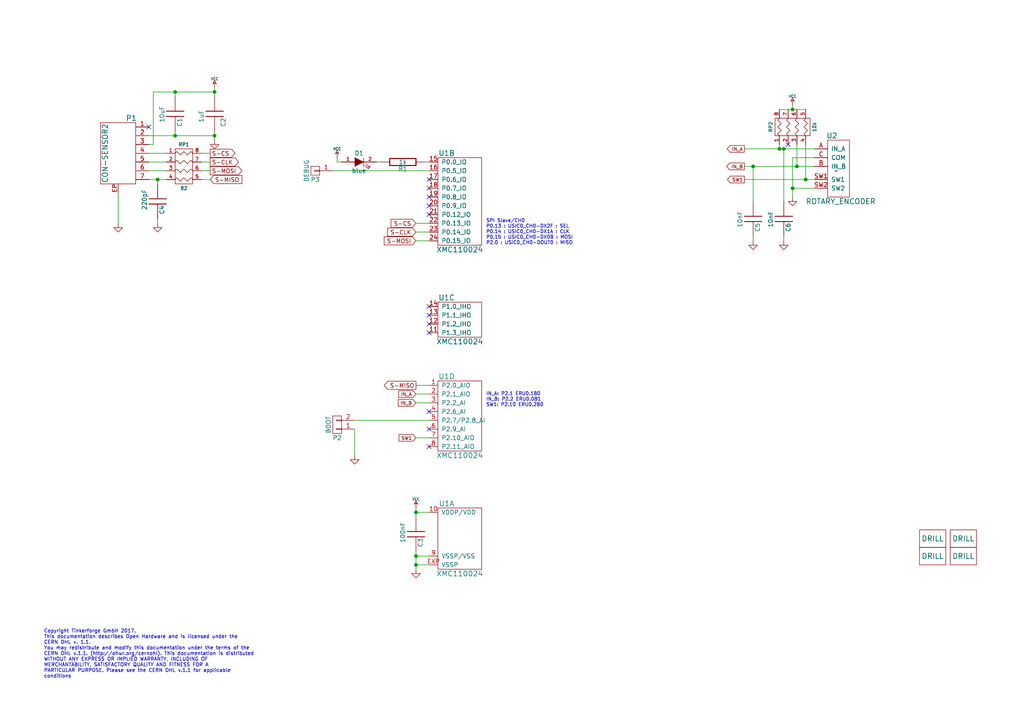
<source format=kicad_sch>
(kicad_sch (version 20211123) (generator eeschema)
  (paper "A4")
  (title_block (title "Rotary Encoder Bricklet") (date "2017-09-18") (rev "2.0") (company "Tinkerforge GmbH") (comment 1 "Licensed under CERN OHL v.1.1") (comment 2 "Copyright (©) 2017, L.Lauer <lukas@tinkerforge.com>"))
  (lib_symbols
    (symbol "tinkerforge:C" (pin_numbers hide) (pin_names (offset 0.254))
      (property "Reference" "C" (at 1.27 2.54 0))
      (property "Value" "C" (at 1.27 -2.54 0))
      (symbol "C_0_1"
        (polyline (pts (xy -2.54 -0.762) (xy 2.54 -0.762)) (stroke (width 0.254)))
        (polyline (pts (xy -2.54 0.762) (xy 2.54 0.762)) (stroke (width 0.254)))
      )
      (symbol "C_1_1"
        (pin passive line (at 0 5.08 270) (length 4.318) (name "~") (number "1"))
        (pin passive line (at 0 -5.08 90) (length 4.318) (name "~") (number "2"))
      )
    )
    (symbol "tinkerforge:CON-SENSOR2" (pin_names (offset 1.016))
      (property "Reference" "P" (at -3.81 10.16 0))
      (property "Value" "CON-SENSOR2" (at 3.81 0 90))
      (symbol "CON-SENSOR2_0_1"
        (rectangle (start -5.08 8.89) (end 5.08 -8.89))
      )
      (symbol "CON-SENSOR2_1_1"
        (pin passive line (at -8.89 7.62 0) (length 3.81) (name "~") (number "1"))
        (pin passive line (at -8.89 5.08 0) (length 3.81) (name "~") (number "2"))
        (pin passive line (at -8.89 2.54 0) (length 3.81) (name "~") (number "3"))
        (pin passive line (at -8.89 0 0) (length 3.81) (name "~") (number "4"))
        (pin passive line (at -8.89 -2.54 0) (length 3.81) (name "~") (number "5"))
        (pin passive line (at -8.89 -5.08 0) (length 3.81) (name "~") (number "6"))
        (pin passive line (at -8.89 -7.62 0) (length 3.81) (name "~") (number "7"))
        (pin passive line (at 0 -11.43 90) (length 2.54) (name "~") (number "EP"))
      )
    )
    (symbol "tinkerforge:CONN_01X01" (pin_names (offset 1.016) hide)
      (property "Reference" "P" (at 0 2.54 0))
      (property "Value" "CONN_01X01" (at 2.54 0 90))
      (symbol "CONN_01X01_0_1"
        (rectangle (start -1.27 0.127) (end 0.254 -0.127))
        (rectangle (start -1.27 1.27) (end 1.27 -1.27))
      )
      (symbol "CONN_01X01_1_1"
        (pin passive line (at -5.08 0 0) (length 3.81) (name "P1") (number "1"))
      )
    )
    (symbol "tinkerforge:CONN_01X02" (pin_names (offset 1.016) hide)
      (property "Reference" "P" (at 0 3.81 0))
      (property "Value" "CONN_01X02" (at 2.54 0 90))
      (symbol "CONN_01X02_0_1"
        (rectangle (start -1.27 -1.143) (end 0.254 -1.397))
        (rectangle (start -1.27 1.397) (end 0.254 1.143))
        (rectangle (start -1.27 2.54) (end 1.27 -2.54))
      )
      (symbol "CONN_01X02_1_1"
        (pin passive line (at -5.08 1.27 0) (length 3.81) (name "P1") (number "1"))
        (pin passive line (at -5.08 -1.27 0) (length 3.81) (name "P2") (number "2"))
      )
    )
    (symbol "tinkerforge:DRILL" (pin_numbers hide) (pin_names (offset 0) hide)
      (property "Value" "DRILL" (at 0 0 0))
      (symbol "DRILL_0_1"
        (rectangle (start -3.81 2.54) (end 3.81 -2.54))
      )
    )
    (symbol "tinkerforge:GND" (power) (pin_names (offset 0))
      (property "Value" "GND" (at 0 -5.08 0))
      (symbol "GND_0_1"
        (polyline (pts (xy 0 0) (xy 0 -1.27) (xy 1.27 -1.27) (xy 0 -2.54) (xy -1.27 -1.27) (xy 0 -1.27)))
      )
      (symbol "GND_1_1"
        (pin power_in line (at 0 0 270) (length 0) hide (name "GND") (number "1"))
      )
    )
    (symbol "tinkerforge:LED" (pin_names (offset 1.016) hide)
      (property "Reference" "D" (at 0 2.54 0))
      (property "Value" "LED" (at 0 -2.54 0))
      (symbol "LED_0_1"
        (polyline (pts (xy 1.27 1.27) (xy 1.27 -1.27)))
        (polyline (pts (xy -1.27 1.27) (xy 1.27 0) (xy -1.27 -1.27)) (fill (type outline)))
        (polyline (pts (xy 1.651 -1.016) (xy 2.794 -2.032) (xy 2.667 -1.397)))
        (polyline (pts (xy 2.032 -0.635) (xy 3.175 -1.651) (xy 3.048 -1.016)))
      )
      (symbol "LED_1_1"
        (pin passive line (at -5.08 0 0) (length 3.81) (name "A") (number "1"))
        (pin passive line (at 5.08 0 180) (length 3.81) (name "K") (number "2"))
      )
    )
    (symbol "tinkerforge:R" (pin_numbers hide) (pin_names (offset 0))
      (property "Reference" "R" (at 2.032 0 90))
      (property "Value" "R" (at 0 0 90))
      (symbol "R_0_1"
        (rectangle (start -1.016 3.81) (end 1.016 -3.81) (stroke (width 0.3048)))
      )
      (symbol "R_1_1"
        (pin passive line (at 0 6.35 270) (length 2.54) (name "~") (number "1"))
        (pin passive line (at 0 -6.35 90) (length 2.54) (name "~") (number "2"))
      )
    )
    (symbol "tinkerforge:ROTARY_ENCODER" (pin_names (offset 1.016))
      (property "Reference" "U" (at -1.27 10.16 0))
      (property "Value" "ROTARY_ENCODER" (at 1.27 -8.89 0))
      (symbol "ROTARY_ENCODER_0_1"
        (rectangle (start -2.54 8.89) (end 3.81 -7.62))
      )
      (symbol "ROTARY_ENCODER_1_1"
        (pin input line (at -6.35 6.35 0) (length 3.81) (name "IN_A") (number "A"))
        (pin input line (at -6.35 1.27 0) (length 3.81) (name "IN_B") (number "B"))
        (pin input line (at -6.35 3.81 0) (length 3.81) (name "COM") (number "C"))
        (pin input line (at -6.35 -2.54 0) (length 3.81) (name "SW1") (number "SW1"))
        (pin input line (at -6.35 -5.08 0) (length 3.81) (name "SW2") (number "SW2"))
      )
    )
    (symbol "tinkerforge:R_PACK4" (pin_names hide)
      (property "Reference" "RP" (at 0 11.43 0))
      (property "Value" "R_PACK4" (at 0 -1.27 0))
      (symbol "R_PACK4_0_1"
        (polyline (pts (xy -2.54 10.16) (xy -2.54 0) (xy 2.54 0) (xy 2.54 10.16) (xy -2.54 10.16)))
        (polyline (pts (xy -2.54 1.27) (xy -2.032 1.778) (xy -1.016 0.762) (xy 0 1.778) (xy 1.016 0.762) (xy 2.032 1.778) (xy 2.54 1.27)))
        (polyline (pts (xy -2.54 3.81) (xy -2.032 4.318) (xy -1.016 3.302) (xy 0 4.318) (xy 1.016 3.302) (xy 2.032 4.318) (xy 2.54 3.81)))
        (polyline (pts (xy -2.54 6.35) (xy -2.032 6.858) (xy -1.016 5.842) (xy 0 6.858) (xy 1.016 5.842) (xy 2.032 6.858) (xy 2.54 6.35)))
        (polyline (pts (xy -2.54 8.89) (xy -2.032 9.398) (xy -1.016 8.382) (xy 0 9.398) (xy 1.016 8.382) (xy 2.032 9.398) (xy 2.54 8.89)))
      )
      (symbol "R_PACK4_1_1"
        (pin passive line (at -5.08 8.89 0) (length 2.54) (name "P1") (number "1"))
        (pin passive line (at -5.08 6.35 0) (length 2.54) (name "P2") (number "2"))
        (pin passive line (at -5.08 3.81 0) (length 2.54) (name "P3") (number "3"))
        (pin passive line (at -5.08 1.27 0) (length 2.54) (name "P4") (number "4"))
        (pin passive line (at 5.08 1.27 180) (length 2.54) (name "R4") (number "5"))
        (pin passive line (at 5.08 3.81 180) (length 2.54) (name "R3") (number "6"))
        (pin passive line (at 5.08 6.35 180) (length 2.54) (name "R2") (number "7"))
        (pin passive line (at 5.08 8.89 180) (length 2.54) (name "R1") (number "8"))
      )
    )
    (symbol "tinkerforge:VCC" (power) (pin_names (offset 0))
      (property "Value" "VCC" (at 0 3.175 0))
      (symbol "VCC_0_0"
        (pin power_in line (at 0 0 90) (length 0) hide (name "VCC") (number "1"))
      )
      (symbol "VCC_0_1"
        (polyline (pts (xy 0 1.524) (xy 0 0)))
        (polyline (pts (xy 0 1.524) (xy 0.508 1.016) (xy 0 2.286) (xy -0.508 1.016) (xy 0 1.524) (xy 0 1.524)))
      )
    )
    (symbol "tinkerforge:XMC1XXX24" (pin_names (offset 1.016))
      (property "Reference" "U" (at -3.81 15.24 0))
      (property "Value" "XMC1XXX24" (at 0 -16.51 0))
      (symbol "XMC1XXX24_1_1"
        (rectangle (start -6.35 8.89) (end 6.35 -8.89))
        (pin passive line (at -8.89 7.62 0) (length 2.54) (name "VDDP/VDD") (number "10"))
        (pin passive line (at -8.89 -5.08 0) (length 2.54) (name "VSSP/VSS") (number "9"))
        (pin passive line (at -8.89 -7.62 0) (length 2.54) (name "VSSP") (number "EXP"))
      )
      (symbol "XMC1XXX24_2_1"
        (rectangle (start -6.35 12.7) (end 6.35 -12.7))
        (pin passive line (at -8.89 11.43 0) (length 2.54) (name "P0.0_IO") (number "15"))
        (pin passive line (at -8.89 8.89 0) (length 2.54) (name "P0.5_IO") (number "16"))
        (pin passive line (at -8.89 6.35 0) (length 2.54) (name "P0.6_IO") (number "17"))
        (pin passive line (at -8.89 3.81 0) (length 2.54) (name "P0.7_IO") (number "18"))
        (pin passive line (at -8.89 1.27 0) (length 2.54) (name "P0.8_IO") (number "19"))
        (pin passive line (at -8.89 -1.27 0) (length 2.54) (name "P0.9_IO") (number "20"))
        (pin passive line (at -8.89 -3.81 0) (length 2.54) (name "P0.12_IO") (number "21"))
        (pin passive line (at -8.89 -6.35 0) (length 2.54) (name "P0.13_IO") (number "22"))
        (pin passive line (at -8.89 -8.89 0) (length 2.54) (name "P0.14_IO") (number "23"))
        (pin passive line (at -8.89 -11.43 0) (length 2.54) (name "P0.15_IO") (number "24"))
      )
      (symbol "XMC1XXX24_3_1"
        (rectangle (start -6.35 5.08) (end 6.35 -5.08))
        (pin passive line (at -8.89 -3.81 0) (length 2.54) (name "P1.3_IHO") (number "11"))
        (pin passive line (at -8.89 -1.27 0) (length 2.54) (name "P1.2_IHO") (number "12"))
        (pin passive line (at -8.89 1.27 0) (length 2.54) (name "P1.1_IHO") (number "13"))
        (pin passive line (at -8.89 3.81 0) (length 2.54) (name "P1.0_IHO") (number "14"))
      )
      (symbol "XMC1XXX24_4_1"
        (rectangle (start -6.35 10.16) (end 6.35 -10.16))
        (pin passive line (at -8.89 8.89 0) (length 2.54) (name "P2.0_AIO") (number "1"))
        (pin passive line (at -8.89 6.35 0) (length 2.54) (name "P2.1_AIO") (number "2"))
        (pin passive line (at -8.89 3.81 0) (length 2.54) (name "P2.2_AI") (number "3"))
        (pin passive line (at -8.89 1.27 0) (length 2.54) (name "P2.6_AI") (number "4"))
        (pin passive line (at -8.89 -1.27 0) (length 2.54) (name "P2.7/P2.8_AI") (number "5"))
        (pin passive line (at -8.89 -3.81 0) (length 2.54) (name "P2.9_AI") (number "6"))
        (pin passive line (at -8.89 -6.35 0) (length 2.54) (name "P2.10_AIO") (number "7"))
        (pin passive line (at -8.89 -8.89 0) (length 2.54) (name "P2.11_AIO") (number "8"))
      )
    )
  )
  (junction (at 62.23 26.67))
  (junction (at 231.14 48.26))
  (junction (at 50.8 26.67))
  (junction (at 120.65 148.59))
  (junction (at 226.06 43.18))
  (junction (at 62.23 39.37))
  (junction (at 120.65 163.83))
  (junction (at 45.72 52.07))
  (junction (at 50.8 39.37))
  (junction (at 218.44 48.26))
  (junction (at 229.87 54.61))
  (junction (at 229.87 31.75))
  (junction (at 233.68 52.07))
  (junction (at 227.33 43.18))
  (junction (at 120.65 161.29))
  (no_connect (at 124.46 91.44))
  (no_connect (at 124.46 57.15))
  (no_connect (at 124.46 119.38))
  (no_connect (at 124.46 54.61))
  (no_connect (at 124.46 96.52))
  (no_connect (at 43.18 36.83))
  (no_connect (at 124.46 52.07))
  (no_connect (at 124.46 88.9))
  (no_connect (at 124.46 59.69))
  (no_connect (at 124.46 93.98))
  (no_connect (at 124.46 62.23))
  (no_connect (at 228.6 41.91))
  (no_connect (at 124.46 129.54))
  (no_connect (at 124.46 124.46))
  (wire (pts (xy 45.72 53.34) (xy 45.72 52.07)))
  (wire (pts (xy 124.46 163.83) (xy 120.65 163.83)))
  (wire (pts (xy 96.52 49.53) (xy 124.46 49.53)))
  (wire (pts (xy 45.72 63.5) (xy 45.72 64.77)))
  (wire (pts (xy 124.46 64.77) (xy 120.65 64.77)))
  (wire (pts (xy 120.65 147.32) (xy 120.65 148.59)))
  (wire (pts (xy 229.87 54.61) (xy 229.87 57.15)))
  (wire (pts (xy 43.18 52.07) (xy 45.72 52.07)))
  (wire (pts (xy 110.49 46.99) (xy 109.22 46.99)))
  (wire (pts (xy 120.65 161.29) (xy 120.65 163.83)))
  (wire (pts (xy 50.8 39.37) (xy 62.23 39.37)))
  (wire (pts (xy 227.33 69.85) (xy 227.33 68.58)))
  (wire (pts (xy 226.06 31.75) (xy 229.87 31.75)))
  (wire (pts (xy 229.87 31.75) (xy 229.87 30.48)))
  (wire (pts (xy 124.46 114.3) (xy 120.65 114.3)))
  (wire (pts (xy 62.23 25.4) (xy 62.23 26.67)))
  (wire (pts (xy 120.65 148.59) (xy 120.65 149.86)))
  (wire (pts (xy 48.26 49.53) (xy 43.18 49.53)))
  (wire (pts (xy 99.06 46.99) (xy 97.79 46.99)))
  (wire (pts (xy 123.19 46.99) (xy 124.46 46.99)))
  (wire (pts (xy 34.29 55.88) (xy 34.29 64.77)))
  (wire (pts (xy 97.79 46.99) (xy 97.79 45.72)))
  (wire (pts (xy 215.9 48.26) (xy 218.44 48.26)))
  (wire (pts (xy 60.96 44.45) (xy 58.42 44.45)))
  (wire (pts (xy 62.23 39.37) (xy 62.23 40.64)))
  (wire (pts (xy 44.45 41.91) (xy 44.45 26.67)))
  (wire (pts (xy 120.65 160.02) (xy 120.65 161.29)))
  (wire (pts (xy 124.46 111.76) (xy 120.65 111.76)))
  (wire (pts (xy 218.44 69.85) (xy 218.44 68.58)))
  (wire (pts (xy 43.18 41.91) (xy 44.45 41.91)))
  (wire (pts (xy 226.06 43.18) (xy 227.33 43.18)))
  (wire (pts (xy 236.22 45.72) (xy 229.87 45.72)))
  (wire (pts (xy 62.23 26.67) (xy 62.23 27.94)))
  (wire (pts (xy 215.9 43.18) (xy 226.06 43.18)))
  (wire (pts (xy 45.72 52.07) (xy 48.26 52.07)))
  (wire (pts (xy 226.06 41.91) (xy 226.06 43.18)))
  (wire (pts (xy 43.18 46.99) (xy 48.26 46.99)))
  (wire (pts (xy 50.8 26.67) (xy 62.23 26.67)))
  (wire (pts (xy 50.8 39.37) (xy 50.8 38.1)))
  (wire (pts (xy 60.96 49.53) (xy 58.42 49.53)))
  (wire (pts (xy 231.14 48.26) (xy 236.22 48.26)))
  (wire (pts (xy 120.65 163.83) (xy 120.65 165.1)))
  (wire (pts (xy 231.14 41.91) (xy 231.14 48.26)))
  (wire (pts (xy 58.42 46.99) (xy 60.96 46.99)))
  (wire (pts (xy 43.18 39.37) (xy 50.8 39.37)))
  (wire (pts (xy 233.68 41.91) (xy 233.68 52.07)))
  (wire (pts (xy 236.22 54.61) (xy 229.87 54.61)))
  (wire (pts (xy 227.33 58.42) (xy 227.33 43.18)))
  (wire (pts (xy 124.46 69.85) (xy 120.65 69.85)))
  (wire (pts (xy 124.46 161.29) (xy 120.65 161.29)))
  (wire (pts (xy 218.44 58.42) (xy 218.44 48.26)))
  (wire (pts (xy 233.68 52.07) (xy 236.22 52.07)))
  (wire (pts (xy 62.23 38.1) (xy 62.23 39.37)))
  (wire (pts (xy 124.46 148.59) (xy 120.65 148.59)))
  (wire (pts (xy 215.9 52.07) (xy 233.68 52.07)))
  (wire (pts (xy 44.45 26.67) (xy 50.8 26.67)))
  (wire (pts (xy 48.26 44.45) (xy 43.18 44.45)))
  (wire (pts (xy 124.46 127) (xy 120.65 127)))
  (wire (pts (xy 120.65 116.84) (xy 124.46 116.84)))
  (wire (pts (xy 124.46 121.92) (xy 102.87 121.92)))
  (wire (pts (xy 229.87 45.72) (xy 229.87 54.61)))
  (wire (pts (xy 50.8 27.94) (xy 50.8 26.67)))
  (wire (pts (xy 229.87 31.75) (xy 233.68 31.75)))
  (wire (pts (xy 102.87 124.46) (xy 102.87 132.08)))
  (wire (pts (xy 58.42 52.07) (xy 60.96 52.07)))
  (wire (pts (xy 218.44 48.26) (xy 231.14 48.26)))
  (wire (pts (xy 120.65 67.31) (xy 124.46 67.31)))
  (wire (pts (xy 227.33 43.18) (xy 236.22 43.18)))
  (text "IN_A: P2.1 ERU0.1B0\nIN_B: P2.2 ERU0.0B1\nSW1: P2.10 ERU0.2B0" (at 140.97 118.11 0) (effects (font (size 0.9906 0.9906)) (justify left bottom)))
  (text "Copyright Tinkerforge GmbH 2017.\nThis documentation describes Open Hardware and is licensed under the\nCERN OHL v. 1.1.\nYou may redistribute and modify this documentation under the terms of the\nCERN OHL v.1.1. (http://ohwr.org/cernohl). This documentation is distributed\nWITHOUT ANY EXPRESS OR IMPLIED WARRANTY, INCLUDING OF\nMERCHANTABILITY, SATISFACTORY QUALITY AND FITNESS FOR A\nPARTICULAR PURPOSE. Please see the CERN OHL v.1.1 for applicable\nconditions\n" (at 12.7 196.85 0) (effects (font (size 1.016 1.016)) (justify left bottom)))
  (text "SPI Slave/CH0\nP0.13 : USIC0_CH0-DX2F : SEL\nP0.14 : USIC0_CH0-DX1A : CLK\nP0.15 : USIC0_CH0-DX0B : MOSI\nP2.0 : USIC0_CH0-DOUT0 : MISO" (at 140.97 71.12 0) (effects (font (size 0.9906 0.9906)) (justify left bottom)))
  (global_label "S-CLK" (shape output) (at 60.96 46.99 0) (effects (font (size 1.1938 1.1938))) (property "Intersheet References" "${INTERSHEET_REFS}" (effects hide)))
  (global_label "IN_A" (shape input) (at 120.65 114.3 180) (effects (font (size 0.9906 0.9906))) (property "Intersheet References" "${INTERSHEET_REFS}" (effects hide)))
  (global_label "SW1" (shape output) (at 215.9 52.07 180) (effects (font (size 0.9906 0.9906))) (property "Intersheet References" "${INTERSHEET_REFS}" (effects hide)))
  (global_label "S-MISO" (shape output) (at 120.65 111.76 180) (effects (font (size 1.1938 1.1938))) (property "Intersheet References" "${INTERSHEET_REFS}" (effects hide)))
  (global_label "S-MISO" (shape input) (at 60.96 52.07 0) (effects (font (size 1.1938 1.1938))) (property "Intersheet References" "${INTERSHEET_REFS}" (effects hide)))
  (global_label "S-MOSI" (shape input) (at 120.65 69.85 180) (effects (font (size 1.1938 1.1938))) (property "Intersheet References" "${INTERSHEET_REFS}" (effects hide)))
  (global_label "IN_A" (shape output) (at 215.9 43.18 180) (effects (font (size 0.9906 0.9906))) (property "Intersheet References" "${INTERSHEET_REFS}" (effects hide)))
  (global_label "SW1" (shape input) (at 120.65 127 180) (effects (font (size 0.9906 0.9906))) (property "Intersheet References" "${INTERSHEET_REFS}" (effects hide)))
  (global_label "S-CS" (shape output) (at 60.96 44.45 0) (effects (font (size 1.1938 1.1938))) (property "Intersheet References" "${INTERSHEET_REFS}" (effects hide)))
  (global_label "IN_B" (shape output) (at 215.9 48.26 180) (effects (font (size 0.9906 0.9906))) (property "Intersheet References" "${INTERSHEET_REFS}" (effects hide)))
  (global_label "S-CLK" (shape input) (at 120.65 67.31 180) (effects (font (size 1.1938 1.1938))) (property "Intersheet References" "${INTERSHEET_REFS}" (effects hide)))
  (global_label "IN_B" (shape input) (at 120.65 116.84 180) (effects (font (size 0.9906 0.9906))) (property "Intersheet References" "${INTERSHEET_REFS}" (effects hide)))
  (global_label "S-MOSI" (shape output) (at 60.96 49.53 0) (effects (font (size 1.1938 1.1938))) (property "Intersheet References" "${INTERSHEET_REFS}" (effects hide)))
  (global_label "S-CS" (shape input) (at 120.65 64.77 180) (effects (font (size 1.1938 1.1938))) (property "Intersheet References" "${INTERSHEET_REFS}" (effects hide)))
  (symbol (lib_id "tinkerforge:GND") (at 45.72 64.77 0) (unit 1)
    (property "Reference" "#PWR03" (effects hide))
    (property "Value" "GND" (effects hide))
  )
  (symbol (lib_id "tinkerforge:C") (at 50.8 33.02 0) (unit 1)
    (property "Reference" "C1" (at 52.07 36.83 90) (effects (justify left)))
    (property "Value" "10uF" (at 46.99 35.56 90) (effects (justify left)))
    (property "Footprint" "kicad-libraries:C0805E" (effects hide))
  )
  (symbol (lib_id "tinkerforge:DRILL") (at 279.4 156.21 0) (unit 1)
    (property "Reference" "U5" (effects hide))
    (property "Value" "DRILL" (at 279.4 156.21 0) (effects (font (size 1.524 1.524))))
    (property "Footprint" "kicad-libraries:DRILL_NP" (effects hide))
  )
  (symbol (lib_id "tinkerforge:DRILL") (at 279.4 161.29 0) (unit 1)
    (property "Reference" "U6" (effects hide))
    (property "Value" "DRILL" (at 279.4 161.29 0) (effects (font (size 1.524 1.524))))
    (property "Footprint" "kicad-libraries:DRILL_NP" (effects hide))
  )
  (symbol (lib_id "tinkerforge:DRILL") (at 270.51 161.29 0) (unit 1)
    (property "Reference" "U4" (effects hide))
    (property "Value" "DRILL" (at 270.51 161.29 0) (effects (font (size 1.524 1.524))))
    (property "Footprint" "kicad-libraries:DRILL_NP" (effects hide))
  )
  (symbol (lib_id "tinkerforge:DRILL") (at 270.51 156.21 0) (unit 1)
    (property "Reference" "U3" (effects hide))
    (property "Value" "DRILL" (at 270.51 156.21 0) (effects (font (size 1.524 1.524))))
    (property "Footprint" "kicad-libraries:DRILL_NP" (effects hide))
  )
  (symbol (lib_id "tinkerforge:VCC") (at 62.23 25.4 0) (unit 1)
    (property "Reference" "#PWR02" (effects hide))
    (property "Value" "VCC" (at 62.23 22.86 0) (effects (font (size 0.762 0.762))))
  )
  (symbol (lib_id "tinkerforge:GND") (at 120.65 165.1 0) (unit 1)
    (property "Reference" "#PWR01" (effects hide))
    (property "Value" "GND" (effects hide))
  )
  (symbol (lib_id "tinkerforge:VCC") (at 229.87 30.48 0) (unit 1)
    (property "Reference" "#PWR04" (effects hide))
    (property "Value" "VCC" (at 229.87 27.94 0) (effects (font (size 0.762 0.762))))
  )
  (symbol (lib_id "tinkerforge:ROTARY_ENCODER") (at 242.57 49.53 0) (unit 1)
    (property "Reference" "U2" (at 241.3 39.37 0) (effects (font (size 1.524 1.524))))
    (property "Value" "ROTARY_ENCODER" (at 243.84 58.42 0) (effects (font (size 1.524 1.524))))
    (property "Footprint" "kicad-libraries:ROTARY_ENCODER" (effects hide))
    (property "Datasheet" "~" (at 242.57 49.53 0) (effects (font (size 1.524 1.524))))
  )
  (symbol (lib_id "tinkerforge:GND") (at 229.87 57.15 0) (unit 1)
    (property "Reference" "#PWR05" (effects hide))
    (property "Value" "GND" (effects hide))
  )
  (symbol (lib_id "tinkerforge:R_PACK4") (at 234.95 36.83 90) (unit 1)
    (property "Reference" "RP2" (at 223.52 36.83 0) (effects (font (size 1.016 1.016))))
    (property "Value" "10k" (at 236.22 36.83 0) (effects (font (size 1.016 1.016))))
    (property "Footprint" "kicad-libraries:4X0603" (effects hide))
  )
  (symbol (lib_id "tinkerforge:CON-SENSOR2") (at 34.29 44.45 0) (mirror y) (unit 1)
    (property "Reference" "P1" (at 38.1 34.29 0) (effects (font (size 1.524 1.524))))
    (property "Value" "CON-SENSOR2" (at 30.48 44.45 90) (effects (font (size 1.524 1.524))))
    (property "Footprint" "kicad-libraries:CON-SENSOR2" (effects hide))
  )
  (symbol (lib_id "tinkerforge:C") (at 62.23 33.02 0) (unit 1)
    (property "Reference" "C2" (at 64.77 36.83 90) (effects (justify left)))
    (property "Value" "1uF" (at 58.42 35.56 90) (effects (justify left)))
    (property "Footprint" "kicad-libraries:C0603F" (effects hide))
  )
  (symbol (lib_id "tinkerforge:GND") (at 62.23 40.64 0) (unit 1)
    (property "Reference" "#PWR06" (effects hide))
    (property "Value" "GND" (effects hide))
  )
  (symbol (lib_id "tinkerforge:R_PACK4") (at 53.34 53.34 0) (unit 1)
    (property "Reference" "RP1" (at 53.34 41.91 0) (effects (font (size 1.016 1.016))))
    (property "Value" "82" (at 53.34 54.61 0) (effects (font (size 1.016 1.016))))
    (property "Footprint" "kicad-libraries:4X0402" (effects hide))
  )
  (symbol (lib_id "tinkerforge:XMC1XXX24") (at 133.35 156.21 0) (unit 1)
    (property "Reference" "U1" (at 129.54 146.05 0) (effects (font (size 1.524 1.524))))
    (property "Value" "XMC110024" (at 133.35 166.37 0) (effects (font (size 1.524 1.524))))
    (property "Footprint" "kicad-libraries:QFN24-4x4mm-0.5mm" (effects hide))
  )
  (symbol (lib_id "tinkerforge:XMC1XXX24") (at 133.35 58.42 0) (unit 2)
    (property "Reference" "U1" (at 129.54 44.45 0) (effects (font (size 1.524 1.524))))
    (property "Value" "XMC110024" (at 133.35 72.39 0) (effects (font (size 1.524 1.524))))
    (property "Footprint" "kicad-libraries:QFN24-4x4mm-0.5mm" (effects hide))
  )
  (symbol (lib_id "tinkerforge:XMC1XXX24") (at 133.35 92.71 0) (unit 3)
    (property "Reference" "U1" (at 129.54 86.36 0) (effects (font (size 1.524 1.524))))
    (property "Value" "XMC110024" (at 133.35 99.06 0) (effects (font (size 1.524 1.524))))
    (property "Footprint" "kicad-libraries:QFN24-4x4mm-0.5mm" (effects hide))
  )
  (symbol (lib_id "tinkerforge:XMC1XXX24") (at 133.35 120.65 0) (unit 4)
    (property "Reference" "U1" (at 129.54 109.22 0) (effects (font (size 1.524 1.524))))
    (property "Value" "XMC110024" (at 133.35 132.08 0) (effects (font (size 1.524 1.524))))
    (property "Footprint" "kicad-libraries:QFN24-4x4mm-0.5mm" (effects hide))
  )
  (symbol (lib_id "tinkerforge:C") (at 120.65 154.94 0) (unit 1)
    (property "Reference" "C3" (at 121.92 158.75 90) (effects (justify left)))
    (property "Value" "100nF" (at 116.84 157.48 90) (effects (justify left)))
    (property "Footprint" "kicad-libraries:C0603F" (effects hide))
  )
  (symbol (lib_id "tinkerforge:VCC") (at 120.65 147.32 0) (unit 1)
    (property "Reference" "#PWR07" (effects hide))
    (property "Value" "VCC" (at 120.65 144.78 0) (effects (font (size 0.762 0.762))))
  )
  (symbol (lib_id "tinkerforge:CONN_01X01") (at 91.44 49.53 180) (unit 1)
    (property "Reference" "P3" (at 91.44 52.07 0))
    (property "Value" "DEBUG" (at 88.9 49.53 90))
    (property "Footprint" "kicad-libraries:DEBUG_PAD" (effects hide))
  )
  (symbol (lib_id "tinkerforge:CONN_01X02") (at 97.79 123.19 180) (unit 1)
    (property "Reference" "P2" (at 97.79 127 0))
    (property "Value" "BOOT" (at 95.25 123.19 90))
    (property "Footprint" "kicad-libraries:SolderJumper" (effects hide))
  )
  (symbol (lib_id "tinkerforge:GND") (at 102.87 132.08 0) (unit 1)
    (property "Reference" "#PWR08" (effects hide))
    (property "Value" "GND" (effects hide))
  )
  (symbol (lib_id "tinkerforge:R") (at 116.84 46.99 270) (unit 1)
    (property "Reference" "R1" (at 116.84 49.022 90))
    (property "Value" "1k" (at 116.84 46.99 90))
    (property "Footprint" "kicad-libraries:R0603F" (effects hide))
  )
  (symbol (lib_id "tinkerforge:LED") (at 104.14 46.99 0) (unit 1)
    (property "Reference" "D1" (at 104.14 44.45 0))
    (property "Value" "blue" (at 104.14 49.53 0))
    (property "Footprint" "kicad-libraries:D0603F" (effects hide))
  )
  (symbol (lib_id "tinkerforge:VCC") (at 97.79 45.72 0) (unit 1)
    (property "Reference" "#PWR09" (effects hide))
    (property "Value" "VCC" (at 97.79 43.18 0) (effects (font (size 0.762 0.762))))
  )
  (symbol (lib_id "tinkerforge:C") (at 45.72 58.42 0) (unit 1)
    (property "Reference" "C4" (at 46.99 62.23 90) (effects (justify left)))
    (property "Value" "220pF" (at 41.91 60.96 90) (effects (justify left)))
    (property "Footprint" "kicad-libraries:C0402F" (effects hide))
  )
  (symbol (lib_id "tinkerforge:GND") (at 34.29 64.77 0) (unit 1)
    (property "Reference" "#PWR010" (effects hide))
    (property "Value" "GND" (effects hide))
  )
  (symbol (lib_id "tinkerforge:C") (at 218.44 63.5 0) (unit 1)
    (property "Reference" "C5" (at 219.71 67.31 90) (effects (justify left)))
    (property "Value" "10nF" (at 214.63 66.04 90) (effects (justify left)))
    (property "Footprint" "kicad-libraries:C0603F" (effects hide))
  )
  (symbol (lib_id "tinkerforge:C") (at 227.33 63.5 0) (unit 1)
    (property "Reference" "C6" (at 228.6 67.31 90) (effects (justify left)))
    (property "Value" "10nF" (at 223.52 66.04 90) (effects (justify left)))
    (property "Footprint" "kicad-libraries:C0603F" (effects hide))
  )
  (symbol (lib_id "tinkerforge:GND") (at 218.44 69.85 0) (unit 1)
    (property "Reference" "#PWR011" (effects hide))
    (property "Value" "GND" (effects hide))
  )
  (symbol (lib_id "tinkerforge:GND") (at 227.33 69.85 0) (unit 1)
    (property "Reference" "#PWR012" (effects hide))
    (property "Value" "GND" (effects hide))
  )
)
</source>
